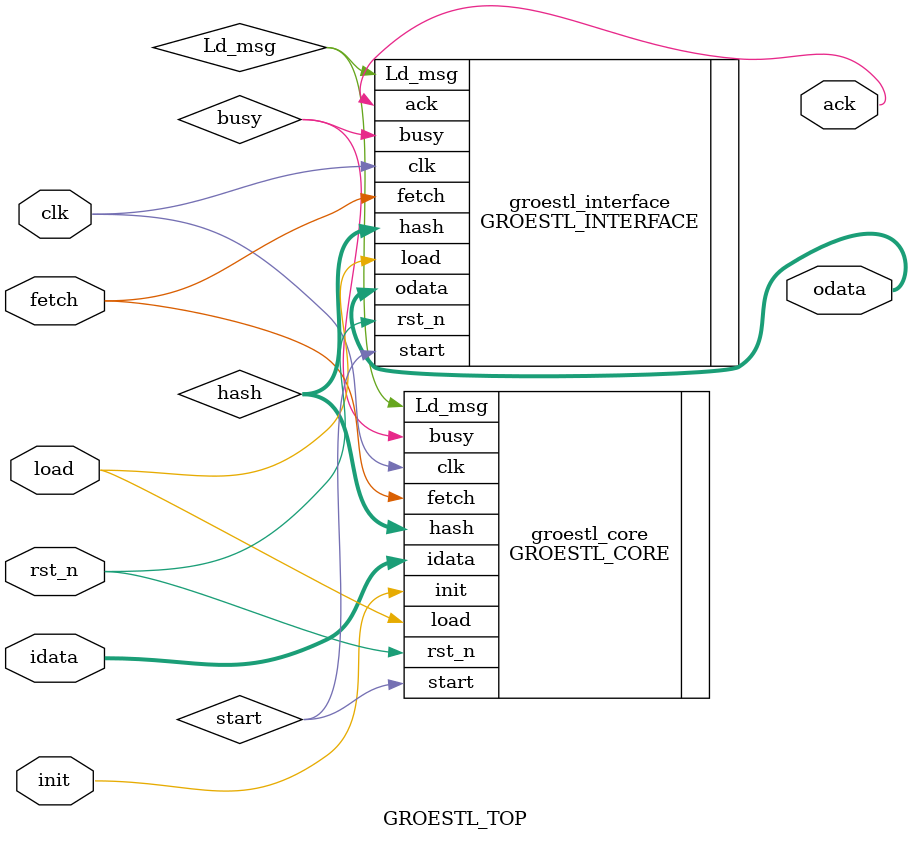
<source format=v>
module GROESTL_TOP(
                  clk, 
                  rst_n,
                  init, 
                  load, 
                  fetch,
                  idata, 
                  odata,
                  ack);

input         clk;
input         rst_n;
input         init;
input         load;
input         fetch;
input  [15:0] idata;
output        ack;
output [15:0] odata;

wire [255:0] hash;
wire         Ld_msg;
wire         busy;
wire         start;

GROESTL_INTERFACE groestl_interface(
                                    .clk(clk), 
                                    .rst_n(rst_n),
                                    .load(load), 
                                    .fetch(fetch),
                                    .odata(odata),
                                    .busy(busy), 
                                    .start(start), 
                                    .ack(ack), 
                                    .Ld_msg(Ld_msg),
                                    .hash(hash));

GROESTL_CORE groestl_core(
                         .clk(clk), 
                         .rst_n(rst_n),
                         .init(init), 
                         .busy(busy), 
                         .Ld_msg(Ld_msg), 
                         .idata(idata), 
                         .hash(hash), 
                         .fetch(fetch), 
                         .load(load),
                         .start(start));

endmodule



</source>
